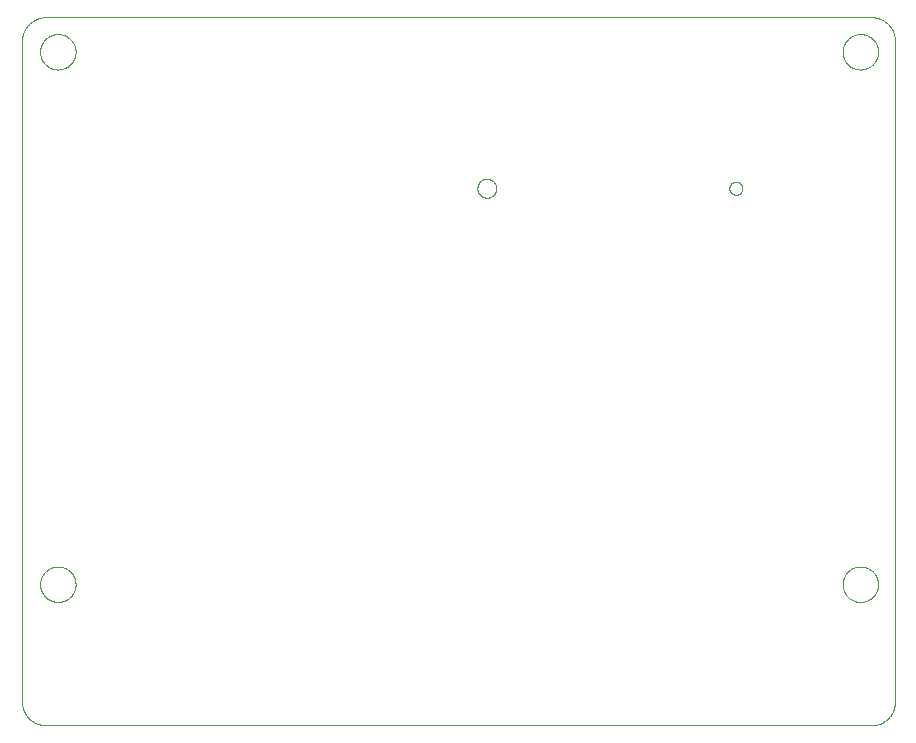
<source format=gko>
G04 EAGLE Gerber RS-274X export*
G75*
%MOMM*%
%FSLAX34Y34*%
%LPD*%
%INBoard Outline*%
%IPPOS*%
%AMOC8*
5,1,8,0,0,1.08239X$1,22.5*%
G01*
%ADD10C,0.000000*%


D10*
X20320Y0D02*
X720090Y0D01*
X739140Y20320D02*
X739140Y579120D01*
X720090Y599440D02*
X20320Y599440D01*
X0Y579120D02*
X0Y20320D01*
X15480Y570230D02*
X15485Y570598D01*
X15498Y570966D01*
X15521Y571333D01*
X15552Y571700D01*
X15593Y572066D01*
X15642Y572431D01*
X15701Y572794D01*
X15768Y573156D01*
X15844Y573517D01*
X15930Y573875D01*
X16023Y574231D01*
X16126Y574584D01*
X16237Y574935D01*
X16357Y575283D01*
X16485Y575628D01*
X16622Y575970D01*
X16767Y576309D01*
X16920Y576643D01*
X17082Y576974D01*
X17251Y577301D01*
X17429Y577623D01*
X17614Y577942D01*
X17807Y578255D01*
X18008Y578564D01*
X18216Y578867D01*
X18432Y579165D01*
X18655Y579458D01*
X18885Y579746D01*
X19122Y580028D01*
X19366Y580303D01*
X19616Y580573D01*
X19873Y580837D01*
X20137Y581094D01*
X20407Y581344D01*
X20682Y581588D01*
X20964Y581825D01*
X21252Y582055D01*
X21545Y582278D01*
X21843Y582494D01*
X22146Y582702D01*
X22455Y582903D01*
X22768Y583096D01*
X23087Y583281D01*
X23409Y583459D01*
X23736Y583628D01*
X24067Y583790D01*
X24401Y583943D01*
X24740Y584088D01*
X25082Y584225D01*
X25427Y584353D01*
X25775Y584473D01*
X26126Y584584D01*
X26479Y584687D01*
X26835Y584780D01*
X27193Y584866D01*
X27554Y584942D01*
X27916Y585009D01*
X28279Y585068D01*
X28644Y585117D01*
X29010Y585158D01*
X29377Y585189D01*
X29744Y585212D01*
X30112Y585225D01*
X30480Y585230D01*
X30848Y585225D01*
X31216Y585212D01*
X31583Y585189D01*
X31950Y585158D01*
X32316Y585117D01*
X32681Y585068D01*
X33044Y585009D01*
X33406Y584942D01*
X33767Y584866D01*
X34125Y584780D01*
X34481Y584687D01*
X34834Y584584D01*
X35185Y584473D01*
X35533Y584353D01*
X35878Y584225D01*
X36220Y584088D01*
X36559Y583943D01*
X36893Y583790D01*
X37224Y583628D01*
X37551Y583459D01*
X37873Y583281D01*
X38192Y583096D01*
X38505Y582903D01*
X38814Y582702D01*
X39117Y582494D01*
X39415Y582278D01*
X39708Y582055D01*
X39996Y581825D01*
X40278Y581588D01*
X40553Y581344D01*
X40823Y581094D01*
X41087Y580837D01*
X41344Y580573D01*
X41594Y580303D01*
X41838Y580028D01*
X42075Y579746D01*
X42305Y579458D01*
X42528Y579165D01*
X42744Y578867D01*
X42952Y578564D01*
X43153Y578255D01*
X43346Y577942D01*
X43531Y577623D01*
X43709Y577301D01*
X43878Y576974D01*
X44040Y576643D01*
X44193Y576309D01*
X44338Y575970D01*
X44475Y575628D01*
X44603Y575283D01*
X44723Y574935D01*
X44834Y574584D01*
X44937Y574231D01*
X45030Y573875D01*
X45116Y573517D01*
X45192Y573156D01*
X45259Y572794D01*
X45318Y572431D01*
X45367Y572066D01*
X45408Y571700D01*
X45439Y571333D01*
X45462Y570966D01*
X45475Y570598D01*
X45480Y570230D01*
X45475Y569862D01*
X45462Y569494D01*
X45439Y569127D01*
X45408Y568760D01*
X45367Y568394D01*
X45318Y568029D01*
X45259Y567666D01*
X45192Y567304D01*
X45116Y566943D01*
X45030Y566585D01*
X44937Y566229D01*
X44834Y565876D01*
X44723Y565525D01*
X44603Y565177D01*
X44475Y564832D01*
X44338Y564490D01*
X44193Y564151D01*
X44040Y563817D01*
X43878Y563486D01*
X43709Y563159D01*
X43531Y562837D01*
X43346Y562518D01*
X43153Y562205D01*
X42952Y561896D01*
X42744Y561593D01*
X42528Y561295D01*
X42305Y561002D01*
X42075Y560714D01*
X41838Y560432D01*
X41594Y560157D01*
X41344Y559887D01*
X41087Y559623D01*
X40823Y559366D01*
X40553Y559116D01*
X40278Y558872D01*
X39996Y558635D01*
X39708Y558405D01*
X39415Y558182D01*
X39117Y557966D01*
X38814Y557758D01*
X38505Y557557D01*
X38192Y557364D01*
X37873Y557179D01*
X37551Y557001D01*
X37224Y556832D01*
X36893Y556670D01*
X36559Y556517D01*
X36220Y556372D01*
X35878Y556235D01*
X35533Y556107D01*
X35185Y555987D01*
X34834Y555876D01*
X34481Y555773D01*
X34125Y555680D01*
X33767Y555594D01*
X33406Y555518D01*
X33044Y555451D01*
X32681Y555392D01*
X32316Y555343D01*
X31950Y555302D01*
X31583Y555271D01*
X31216Y555248D01*
X30848Y555235D01*
X30480Y555230D01*
X30112Y555235D01*
X29744Y555248D01*
X29377Y555271D01*
X29010Y555302D01*
X28644Y555343D01*
X28279Y555392D01*
X27916Y555451D01*
X27554Y555518D01*
X27193Y555594D01*
X26835Y555680D01*
X26479Y555773D01*
X26126Y555876D01*
X25775Y555987D01*
X25427Y556107D01*
X25082Y556235D01*
X24740Y556372D01*
X24401Y556517D01*
X24067Y556670D01*
X23736Y556832D01*
X23409Y557001D01*
X23087Y557179D01*
X22768Y557364D01*
X22455Y557557D01*
X22146Y557758D01*
X21843Y557966D01*
X21545Y558182D01*
X21252Y558405D01*
X20964Y558635D01*
X20682Y558872D01*
X20407Y559116D01*
X20137Y559366D01*
X19873Y559623D01*
X19616Y559887D01*
X19366Y560157D01*
X19122Y560432D01*
X18885Y560714D01*
X18655Y561002D01*
X18432Y561295D01*
X18216Y561593D01*
X18008Y561896D01*
X17807Y562205D01*
X17614Y562518D01*
X17429Y562837D01*
X17251Y563159D01*
X17082Y563486D01*
X16920Y563817D01*
X16767Y564151D01*
X16622Y564490D01*
X16485Y564832D01*
X16357Y565177D01*
X16237Y565525D01*
X16126Y565876D01*
X16023Y566229D01*
X15930Y566585D01*
X15844Y566943D01*
X15768Y567304D01*
X15701Y567666D01*
X15642Y568029D01*
X15593Y568394D01*
X15552Y568760D01*
X15521Y569127D01*
X15498Y569494D01*
X15485Y569862D01*
X15480Y570230D01*
X694930Y570230D02*
X694935Y570598D01*
X694948Y570966D01*
X694971Y571333D01*
X695002Y571700D01*
X695043Y572066D01*
X695092Y572431D01*
X695151Y572794D01*
X695218Y573156D01*
X695294Y573517D01*
X695380Y573875D01*
X695473Y574231D01*
X695576Y574584D01*
X695687Y574935D01*
X695807Y575283D01*
X695935Y575628D01*
X696072Y575970D01*
X696217Y576309D01*
X696370Y576643D01*
X696532Y576974D01*
X696701Y577301D01*
X696879Y577623D01*
X697064Y577942D01*
X697257Y578255D01*
X697458Y578564D01*
X697666Y578867D01*
X697882Y579165D01*
X698105Y579458D01*
X698335Y579746D01*
X698572Y580028D01*
X698816Y580303D01*
X699066Y580573D01*
X699323Y580837D01*
X699587Y581094D01*
X699857Y581344D01*
X700132Y581588D01*
X700414Y581825D01*
X700702Y582055D01*
X700995Y582278D01*
X701293Y582494D01*
X701596Y582702D01*
X701905Y582903D01*
X702218Y583096D01*
X702537Y583281D01*
X702859Y583459D01*
X703186Y583628D01*
X703517Y583790D01*
X703851Y583943D01*
X704190Y584088D01*
X704532Y584225D01*
X704877Y584353D01*
X705225Y584473D01*
X705576Y584584D01*
X705929Y584687D01*
X706285Y584780D01*
X706643Y584866D01*
X707004Y584942D01*
X707366Y585009D01*
X707729Y585068D01*
X708094Y585117D01*
X708460Y585158D01*
X708827Y585189D01*
X709194Y585212D01*
X709562Y585225D01*
X709930Y585230D01*
X710298Y585225D01*
X710666Y585212D01*
X711033Y585189D01*
X711400Y585158D01*
X711766Y585117D01*
X712131Y585068D01*
X712494Y585009D01*
X712856Y584942D01*
X713217Y584866D01*
X713575Y584780D01*
X713931Y584687D01*
X714284Y584584D01*
X714635Y584473D01*
X714983Y584353D01*
X715328Y584225D01*
X715670Y584088D01*
X716009Y583943D01*
X716343Y583790D01*
X716674Y583628D01*
X717001Y583459D01*
X717323Y583281D01*
X717642Y583096D01*
X717955Y582903D01*
X718264Y582702D01*
X718567Y582494D01*
X718865Y582278D01*
X719158Y582055D01*
X719446Y581825D01*
X719728Y581588D01*
X720003Y581344D01*
X720273Y581094D01*
X720537Y580837D01*
X720794Y580573D01*
X721044Y580303D01*
X721288Y580028D01*
X721525Y579746D01*
X721755Y579458D01*
X721978Y579165D01*
X722194Y578867D01*
X722402Y578564D01*
X722603Y578255D01*
X722796Y577942D01*
X722981Y577623D01*
X723159Y577301D01*
X723328Y576974D01*
X723490Y576643D01*
X723643Y576309D01*
X723788Y575970D01*
X723925Y575628D01*
X724053Y575283D01*
X724173Y574935D01*
X724284Y574584D01*
X724387Y574231D01*
X724480Y573875D01*
X724566Y573517D01*
X724642Y573156D01*
X724709Y572794D01*
X724768Y572431D01*
X724817Y572066D01*
X724858Y571700D01*
X724889Y571333D01*
X724912Y570966D01*
X724925Y570598D01*
X724930Y570230D01*
X724925Y569862D01*
X724912Y569494D01*
X724889Y569127D01*
X724858Y568760D01*
X724817Y568394D01*
X724768Y568029D01*
X724709Y567666D01*
X724642Y567304D01*
X724566Y566943D01*
X724480Y566585D01*
X724387Y566229D01*
X724284Y565876D01*
X724173Y565525D01*
X724053Y565177D01*
X723925Y564832D01*
X723788Y564490D01*
X723643Y564151D01*
X723490Y563817D01*
X723328Y563486D01*
X723159Y563159D01*
X722981Y562837D01*
X722796Y562518D01*
X722603Y562205D01*
X722402Y561896D01*
X722194Y561593D01*
X721978Y561295D01*
X721755Y561002D01*
X721525Y560714D01*
X721288Y560432D01*
X721044Y560157D01*
X720794Y559887D01*
X720537Y559623D01*
X720273Y559366D01*
X720003Y559116D01*
X719728Y558872D01*
X719446Y558635D01*
X719158Y558405D01*
X718865Y558182D01*
X718567Y557966D01*
X718264Y557758D01*
X717955Y557557D01*
X717642Y557364D01*
X717323Y557179D01*
X717001Y557001D01*
X716674Y556832D01*
X716343Y556670D01*
X716009Y556517D01*
X715670Y556372D01*
X715328Y556235D01*
X714983Y556107D01*
X714635Y555987D01*
X714284Y555876D01*
X713931Y555773D01*
X713575Y555680D01*
X713217Y555594D01*
X712856Y555518D01*
X712494Y555451D01*
X712131Y555392D01*
X711766Y555343D01*
X711400Y555302D01*
X711033Y555271D01*
X710666Y555248D01*
X710298Y555235D01*
X709930Y555230D01*
X709562Y555235D01*
X709194Y555248D01*
X708827Y555271D01*
X708460Y555302D01*
X708094Y555343D01*
X707729Y555392D01*
X707366Y555451D01*
X707004Y555518D01*
X706643Y555594D01*
X706285Y555680D01*
X705929Y555773D01*
X705576Y555876D01*
X705225Y555987D01*
X704877Y556107D01*
X704532Y556235D01*
X704190Y556372D01*
X703851Y556517D01*
X703517Y556670D01*
X703186Y556832D01*
X702859Y557001D01*
X702537Y557179D01*
X702218Y557364D01*
X701905Y557557D01*
X701596Y557758D01*
X701293Y557966D01*
X700995Y558182D01*
X700702Y558405D01*
X700414Y558635D01*
X700132Y558872D01*
X699857Y559116D01*
X699587Y559366D01*
X699323Y559623D01*
X699066Y559887D01*
X698816Y560157D01*
X698572Y560432D01*
X698335Y560714D01*
X698105Y561002D01*
X697882Y561295D01*
X697666Y561593D01*
X697458Y561896D01*
X697257Y562205D01*
X697064Y562518D01*
X696879Y562837D01*
X696701Y563159D01*
X696532Y563486D01*
X696370Y563817D01*
X696217Y564151D01*
X696072Y564490D01*
X695935Y564832D01*
X695807Y565177D01*
X695687Y565525D01*
X695576Y565876D01*
X695473Y566229D01*
X695380Y566585D01*
X695294Y566943D01*
X695218Y567304D01*
X695151Y567666D01*
X695092Y568029D01*
X695043Y568394D01*
X695002Y568760D01*
X694971Y569127D01*
X694948Y569494D01*
X694935Y569862D01*
X694930Y570230D01*
X15480Y119380D02*
X15485Y119748D01*
X15498Y120116D01*
X15521Y120483D01*
X15552Y120850D01*
X15593Y121216D01*
X15642Y121581D01*
X15701Y121944D01*
X15768Y122306D01*
X15844Y122667D01*
X15930Y123025D01*
X16023Y123381D01*
X16126Y123734D01*
X16237Y124085D01*
X16357Y124433D01*
X16485Y124778D01*
X16622Y125120D01*
X16767Y125459D01*
X16920Y125793D01*
X17082Y126124D01*
X17251Y126451D01*
X17429Y126773D01*
X17614Y127092D01*
X17807Y127405D01*
X18008Y127714D01*
X18216Y128017D01*
X18432Y128315D01*
X18655Y128608D01*
X18885Y128896D01*
X19122Y129178D01*
X19366Y129453D01*
X19616Y129723D01*
X19873Y129987D01*
X20137Y130244D01*
X20407Y130494D01*
X20682Y130738D01*
X20964Y130975D01*
X21252Y131205D01*
X21545Y131428D01*
X21843Y131644D01*
X22146Y131852D01*
X22455Y132053D01*
X22768Y132246D01*
X23087Y132431D01*
X23409Y132609D01*
X23736Y132778D01*
X24067Y132940D01*
X24401Y133093D01*
X24740Y133238D01*
X25082Y133375D01*
X25427Y133503D01*
X25775Y133623D01*
X26126Y133734D01*
X26479Y133837D01*
X26835Y133930D01*
X27193Y134016D01*
X27554Y134092D01*
X27916Y134159D01*
X28279Y134218D01*
X28644Y134267D01*
X29010Y134308D01*
X29377Y134339D01*
X29744Y134362D01*
X30112Y134375D01*
X30480Y134380D01*
X30848Y134375D01*
X31216Y134362D01*
X31583Y134339D01*
X31950Y134308D01*
X32316Y134267D01*
X32681Y134218D01*
X33044Y134159D01*
X33406Y134092D01*
X33767Y134016D01*
X34125Y133930D01*
X34481Y133837D01*
X34834Y133734D01*
X35185Y133623D01*
X35533Y133503D01*
X35878Y133375D01*
X36220Y133238D01*
X36559Y133093D01*
X36893Y132940D01*
X37224Y132778D01*
X37551Y132609D01*
X37873Y132431D01*
X38192Y132246D01*
X38505Y132053D01*
X38814Y131852D01*
X39117Y131644D01*
X39415Y131428D01*
X39708Y131205D01*
X39996Y130975D01*
X40278Y130738D01*
X40553Y130494D01*
X40823Y130244D01*
X41087Y129987D01*
X41344Y129723D01*
X41594Y129453D01*
X41838Y129178D01*
X42075Y128896D01*
X42305Y128608D01*
X42528Y128315D01*
X42744Y128017D01*
X42952Y127714D01*
X43153Y127405D01*
X43346Y127092D01*
X43531Y126773D01*
X43709Y126451D01*
X43878Y126124D01*
X44040Y125793D01*
X44193Y125459D01*
X44338Y125120D01*
X44475Y124778D01*
X44603Y124433D01*
X44723Y124085D01*
X44834Y123734D01*
X44937Y123381D01*
X45030Y123025D01*
X45116Y122667D01*
X45192Y122306D01*
X45259Y121944D01*
X45318Y121581D01*
X45367Y121216D01*
X45408Y120850D01*
X45439Y120483D01*
X45462Y120116D01*
X45475Y119748D01*
X45480Y119380D01*
X45475Y119012D01*
X45462Y118644D01*
X45439Y118277D01*
X45408Y117910D01*
X45367Y117544D01*
X45318Y117179D01*
X45259Y116816D01*
X45192Y116454D01*
X45116Y116093D01*
X45030Y115735D01*
X44937Y115379D01*
X44834Y115026D01*
X44723Y114675D01*
X44603Y114327D01*
X44475Y113982D01*
X44338Y113640D01*
X44193Y113301D01*
X44040Y112967D01*
X43878Y112636D01*
X43709Y112309D01*
X43531Y111987D01*
X43346Y111668D01*
X43153Y111355D01*
X42952Y111046D01*
X42744Y110743D01*
X42528Y110445D01*
X42305Y110152D01*
X42075Y109864D01*
X41838Y109582D01*
X41594Y109307D01*
X41344Y109037D01*
X41087Y108773D01*
X40823Y108516D01*
X40553Y108266D01*
X40278Y108022D01*
X39996Y107785D01*
X39708Y107555D01*
X39415Y107332D01*
X39117Y107116D01*
X38814Y106908D01*
X38505Y106707D01*
X38192Y106514D01*
X37873Y106329D01*
X37551Y106151D01*
X37224Y105982D01*
X36893Y105820D01*
X36559Y105667D01*
X36220Y105522D01*
X35878Y105385D01*
X35533Y105257D01*
X35185Y105137D01*
X34834Y105026D01*
X34481Y104923D01*
X34125Y104830D01*
X33767Y104744D01*
X33406Y104668D01*
X33044Y104601D01*
X32681Y104542D01*
X32316Y104493D01*
X31950Y104452D01*
X31583Y104421D01*
X31216Y104398D01*
X30848Y104385D01*
X30480Y104380D01*
X30112Y104385D01*
X29744Y104398D01*
X29377Y104421D01*
X29010Y104452D01*
X28644Y104493D01*
X28279Y104542D01*
X27916Y104601D01*
X27554Y104668D01*
X27193Y104744D01*
X26835Y104830D01*
X26479Y104923D01*
X26126Y105026D01*
X25775Y105137D01*
X25427Y105257D01*
X25082Y105385D01*
X24740Y105522D01*
X24401Y105667D01*
X24067Y105820D01*
X23736Y105982D01*
X23409Y106151D01*
X23087Y106329D01*
X22768Y106514D01*
X22455Y106707D01*
X22146Y106908D01*
X21843Y107116D01*
X21545Y107332D01*
X21252Y107555D01*
X20964Y107785D01*
X20682Y108022D01*
X20407Y108266D01*
X20137Y108516D01*
X19873Y108773D01*
X19616Y109037D01*
X19366Y109307D01*
X19122Y109582D01*
X18885Y109864D01*
X18655Y110152D01*
X18432Y110445D01*
X18216Y110743D01*
X18008Y111046D01*
X17807Y111355D01*
X17614Y111668D01*
X17429Y111987D01*
X17251Y112309D01*
X17082Y112636D01*
X16920Y112967D01*
X16767Y113301D01*
X16622Y113640D01*
X16485Y113982D01*
X16357Y114327D01*
X16237Y114675D01*
X16126Y115026D01*
X16023Y115379D01*
X15930Y115735D01*
X15844Y116093D01*
X15768Y116454D01*
X15701Y116816D01*
X15642Y117179D01*
X15593Y117544D01*
X15552Y117910D01*
X15521Y118277D01*
X15498Y118644D01*
X15485Y119012D01*
X15480Y119380D01*
X694930Y119380D02*
X694935Y119748D01*
X694948Y120116D01*
X694971Y120483D01*
X695002Y120850D01*
X695043Y121216D01*
X695092Y121581D01*
X695151Y121944D01*
X695218Y122306D01*
X695294Y122667D01*
X695380Y123025D01*
X695473Y123381D01*
X695576Y123734D01*
X695687Y124085D01*
X695807Y124433D01*
X695935Y124778D01*
X696072Y125120D01*
X696217Y125459D01*
X696370Y125793D01*
X696532Y126124D01*
X696701Y126451D01*
X696879Y126773D01*
X697064Y127092D01*
X697257Y127405D01*
X697458Y127714D01*
X697666Y128017D01*
X697882Y128315D01*
X698105Y128608D01*
X698335Y128896D01*
X698572Y129178D01*
X698816Y129453D01*
X699066Y129723D01*
X699323Y129987D01*
X699587Y130244D01*
X699857Y130494D01*
X700132Y130738D01*
X700414Y130975D01*
X700702Y131205D01*
X700995Y131428D01*
X701293Y131644D01*
X701596Y131852D01*
X701905Y132053D01*
X702218Y132246D01*
X702537Y132431D01*
X702859Y132609D01*
X703186Y132778D01*
X703517Y132940D01*
X703851Y133093D01*
X704190Y133238D01*
X704532Y133375D01*
X704877Y133503D01*
X705225Y133623D01*
X705576Y133734D01*
X705929Y133837D01*
X706285Y133930D01*
X706643Y134016D01*
X707004Y134092D01*
X707366Y134159D01*
X707729Y134218D01*
X708094Y134267D01*
X708460Y134308D01*
X708827Y134339D01*
X709194Y134362D01*
X709562Y134375D01*
X709930Y134380D01*
X710298Y134375D01*
X710666Y134362D01*
X711033Y134339D01*
X711400Y134308D01*
X711766Y134267D01*
X712131Y134218D01*
X712494Y134159D01*
X712856Y134092D01*
X713217Y134016D01*
X713575Y133930D01*
X713931Y133837D01*
X714284Y133734D01*
X714635Y133623D01*
X714983Y133503D01*
X715328Y133375D01*
X715670Y133238D01*
X716009Y133093D01*
X716343Y132940D01*
X716674Y132778D01*
X717001Y132609D01*
X717323Y132431D01*
X717642Y132246D01*
X717955Y132053D01*
X718264Y131852D01*
X718567Y131644D01*
X718865Y131428D01*
X719158Y131205D01*
X719446Y130975D01*
X719728Y130738D01*
X720003Y130494D01*
X720273Y130244D01*
X720537Y129987D01*
X720794Y129723D01*
X721044Y129453D01*
X721288Y129178D01*
X721525Y128896D01*
X721755Y128608D01*
X721978Y128315D01*
X722194Y128017D01*
X722402Y127714D01*
X722603Y127405D01*
X722796Y127092D01*
X722981Y126773D01*
X723159Y126451D01*
X723328Y126124D01*
X723490Y125793D01*
X723643Y125459D01*
X723788Y125120D01*
X723925Y124778D01*
X724053Y124433D01*
X724173Y124085D01*
X724284Y123734D01*
X724387Y123381D01*
X724480Y123025D01*
X724566Y122667D01*
X724642Y122306D01*
X724709Y121944D01*
X724768Y121581D01*
X724817Y121216D01*
X724858Y120850D01*
X724889Y120483D01*
X724912Y120116D01*
X724925Y119748D01*
X724930Y119380D01*
X724925Y119012D01*
X724912Y118644D01*
X724889Y118277D01*
X724858Y117910D01*
X724817Y117544D01*
X724768Y117179D01*
X724709Y116816D01*
X724642Y116454D01*
X724566Y116093D01*
X724480Y115735D01*
X724387Y115379D01*
X724284Y115026D01*
X724173Y114675D01*
X724053Y114327D01*
X723925Y113982D01*
X723788Y113640D01*
X723643Y113301D01*
X723490Y112967D01*
X723328Y112636D01*
X723159Y112309D01*
X722981Y111987D01*
X722796Y111668D01*
X722603Y111355D01*
X722402Y111046D01*
X722194Y110743D01*
X721978Y110445D01*
X721755Y110152D01*
X721525Y109864D01*
X721288Y109582D01*
X721044Y109307D01*
X720794Y109037D01*
X720537Y108773D01*
X720273Y108516D01*
X720003Y108266D01*
X719728Y108022D01*
X719446Y107785D01*
X719158Y107555D01*
X718865Y107332D01*
X718567Y107116D01*
X718264Y106908D01*
X717955Y106707D01*
X717642Y106514D01*
X717323Y106329D01*
X717001Y106151D01*
X716674Y105982D01*
X716343Y105820D01*
X716009Y105667D01*
X715670Y105522D01*
X715328Y105385D01*
X714983Y105257D01*
X714635Y105137D01*
X714284Y105026D01*
X713931Y104923D01*
X713575Y104830D01*
X713217Y104744D01*
X712856Y104668D01*
X712494Y104601D01*
X712131Y104542D01*
X711766Y104493D01*
X711400Y104452D01*
X711033Y104421D01*
X710666Y104398D01*
X710298Y104385D01*
X709930Y104380D01*
X709562Y104385D01*
X709194Y104398D01*
X708827Y104421D01*
X708460Y104452D01*
X708094Y104493D01*
X707729Y104542D01*
X707366Y104601D01*
X707004Y104668D01*
X706643Y104744D01*
X706285Y104830D01*
X705929Y104923D01*
X705576Y105026D01*
X705225Y105137D01*
X704877Y105257D01*
X704532Y105385D01*
X704190Y105522D01*
X703851Y105667D01*
X703517Y105820D01*
X703186Y105982D01*
X702859Y106151D01*
X702537Y106329D01*
X702218Y106514D01*
X701905Y106707D01*
X701596Y106908D01*
X701293Y107116D01*
X700995Y107332D01*
X700702Y107555D01*
X700414Y107785D01*
X700132Y108022D01*
X699857Y108266D01*
X699587Y108516D01*
X699323Y108773D01*
X699066Y109037D01*
X698816Y109307D01*
X698572Y109582D01*
X698335Y109864D01*
X698105Y110152D01*
X697882Y110445D01*
X697666Y110743D01*
X697458Y111046D01*
X697257Y111355D01*
X697064Y111668D01*
X696879Y111987D01*
X696701Y112309D01*
X696532Y112636D01*
X696370Y112967D01*
X696217Y113301D01*
X696072Y113640D01*
X695935Y113982D01*
X695807Y114327D01*
X695687Y114675D01*
X695576Y115026D01*
X695473Y115379D01*
X695380Y115735D01*
X695294Y116093D01*
X695218Y116454D01*
X695151Y116816D01*
X695092Y117179D01*
X695043Y117544D01*
X695002Y117910D01*
X694971Y118277D01*
X694948Y118644D01*
X694935Y119012D01*
X694930Y119380D01*
X20320Y599440D02*
X19829Y599434D01*
X19338Y599416D01*
X18848Y599387D01*
X18359Y599345D01*
X17871Y599292D01*
X17384Y599227D01*
X16899Y599150D01*
X16416Y599061D01*
X15935Y598961D01*
X15457Y598850D01*
X14982Y598726D01*
X14510Y598592D01*
X14041Y598445D01*
X13576Y598288D01*
X13114Y598120D01*
X12657Y597940D01*
X12205Y597749D01*
X11757Y597548D01*
X11314Y597335D01*
X10877Y597112D01*
X10445Y596879D01*
X10019Y596635D01*
X9598Y596381D01*
X9184Y596117D01*
X8777Y595843D01*
X8376Y595559D01*
X7982Y595266D01*
X7596Y594963D01*
X7217Y594651D01*
X6845Y594330D01*
X6482Y594000D01*
X6126Y593661D01*
X5779Y593314D01*
X5440Y592958D01*
X5110Y592595D01*
X4789Y592223D01*
X4477Y591844D01*
X4174Y591458D01*
X3881Y591064D01*
X3597Y590663D01*
X3323Y590256D01*
X3059Y589842D01*
X2805Y589421D01*
X2561Y588995D01*
X2328Y588563D01*
X2105Y588126D01*
X1892Y587683D01*
X1691Y587235D01*
X1500Y586783D01*
X1320Y586326D01*
X1152Y585864D01*
X995Y585399D01*
X848Y584930D01*
X714Y584458D01*
X590Y583983D01*
X479Y583505D01*
X379Y583024D01*
X290Y582541D01*
X213Y582056D01*
X148Y581569D01*
X95Y581081D01*
X53Y580592D01*
X24Y580102D01*
X6Y579611D01*
X0Y579120D01*
X720090Y599440D02*
X720565Y599419D01*
X721040Y599386D01*
X721514Y599342D01*
X721987Y599287D01*
X722458Y599220D01*
X722928Y599141D01*
X723395Y599052D01*
X723860Y598951D01*
X724323Y598839D01*
X724782Y598716D01*
X725239Y598582D01*
X725692Y598436D01*
X726142Y598280D01*
X726588Y598113D01*
X727029Y597935D01*
X727466Y597747D01*
X727899Y597548D01*
X728326Y597339D01*
X728748Y597120D01*
X729165Y596890D01*
X729576Y596650D01*
X729982Y596401D01*
X730381Y596142D01*
X730774Y595873D01*
X731160Y595595D01*
X731539Y595307D01*
X731911Y595011D01*
X732276Y594705D01*
X732634Y594391D01*
X732984Y594068D01*
X733326Y593737D01*
X733659Y593398D01*
X733985Y593051D01*
X734302Y592696D01*
X734610Y592333D01*
X734910Y591963D01*
X735200Y591586D01*
X735482Y591202D01*
X735754Y590812D01*
X736016Y590415D01*
X736269Y590011D01*
X736512Y589602D01*
X736745Y589187D01*
X736967Y588767D01*
X737180Y588341D01*
X737382Y587910D01*
X737574Y587474D01*
X737755Y587034D01*
X737926Y586590D01*
X738086Y586142D01*
X738235Y585690D01*
X738373Y585234D01*
X738499Y584775D01*
X738615Y584314D01*
X738720Y583849D01*
X738813Y583383D01*
X738895Y582914D01*
X738966Y582443D01*
X739025Y581971D01*
X739073Y581497D01*
X739109Y581023D01*
X739134Y580548D01*
X739147Y580072D01*
X739149Y579596D01*
X739140Y579120D01*
X20320Y0D02*
X19829Y6D01*
X19338Y24D01*
X18848Y53D01*
X18359Y95D01*
X17871Y148D01*
X17384Y213D01*
X16899Y290D01*
X16416Y379D01*
X15935Y479D01*
X15457Y590D01*
X14982Y714D01*
X14510Y848D01*
X14041Y995D01*
X13576Y1152D01*
X13114Y1320D01*
X12657Y1500D01*
X12205Y1691D01*
X11757Y1892D01*
X11314Y2105D01*
X10877Y2328D01*
X10445Y2561D01*
X10019Y2805D01*
X9598Y3059D01*
X9184Y3323D01*
X8777Y3597D01*
X8376Y3881D01*
X7982Y4174D01*
X7596Y4477D01*
X7217Y4789D01*
X6845Y5110D01*
X6482Y5440D01*
X6126Y5779D01*
X5779Y6126D01*
X5440Y6482D01*
X5110Y6845D01*
X4789Y7217D01*
X4477Y7596D01*
X4174Y7982D01*
X3881Y8376D01*
X3597Y8777D01*
X3323Y9184D01*
X3059Y9598D01*
X2805Y10019D01*
X2561Y10445D01*
X2328Y10877D01*
X2105Y11314D01*
X1892Y11757D01*
X1691Y12205D01*
X1500Y12657D01*
X1320Y13114D01*
X1152Y13576D01*
X995Y14041D01*
X848Y14510D01*
X714Y14982D01*
X590Y15457D01*
X479Y15935D01*
X379Y16416D01*
X290Y16899D01*
X213Y17384D01*
X148Y17871D01*
X95Y18359D01*
X53Y18848D01*
X24Y19338D01*
X6Y19829D01*
X0Y20320D01*
X720090Y0D02*
X720565Y21D01*
X721040Y54D01*
X721514Y98D01*
X721987Y153D01*
X722458Y220D01*
X722928Y299D01*
X723395Y388D01*
X723860Y489D01*
X724323Y601D01*
X724782Y724D01*
X725239Y858D01*
X725692Y1004D01*
X726142Y1160D01*
X726588Y1327D01*
X727029Y1505D01*
X727466Y1693D01*
X727899Y1892D01*
X728326Y2101D01*
X728748Y2320D01*
X729165Y2550D01*
X729576Y2790D01*
X729982Y3039D01*
X730381Y3298D01*
X730774Y3567D01*
X731160Y3845D01*
X731539Y4133D01*
X731911Y4429D01*
X732276Y4735D01*
X732634Y5049D01*
X732984Y5372D01*
X733326Y5703D01*
X733659Y6042D01*
X733985Y6389D01*
X734302Y6744D01*
X734610Y7107D01*
X734910Y7477D01*
X735200Y7854D01*
X735482Y8238D01*
X735754Y8628D01*
X736016Y9025D01*
X736269Y9429D01*
X736512Y9838D01*
X736745Y10253D01*
X736967Y10673D01*
X737180Y11099D01*
X737382Y11530D01*
X737574Y11966D01*
X737755Y12406D01*
X737926Y12850D01*
X738086Y13298D01*
X738235Y13750D01*
X738373Y14206D01*
X738499Y14665D01*
X738615Y15126D01*
X738720Y15591D01*
X738813Y16057D01*
X738895Y16526D01*
X738966Y16997D01*
X739025Y17469D01*
X739073Y17943D01*
X739109Y18417D01*
X739134Y18892D01*
X739147Y19368D01*
X739149Y19844D01*
X739140Y20320D01*
X385700Y454660D02*
X385702Y454856D01*
X385710Y455053D01*
X385722Y455249D01*
X385739Y455444D01*
X385760Y455639D01*
X385787Y455834D01*
X385818Y456028D01*
X385854Y456221D01*
X385894Y456413D01*
X385940Y456604D01*
X385990Y456794D01*
X386044Y456982D01*
X386104Y457169D01*
X386168Y457355D01*
X386236Y457539D01*
X386309Y457721D01*
X386386Y457902D01*
X386468Y458080D01*
X386554Y458257D01*
X386645Y458431D01*
X386739Y458603D01*
X386838Y458773D01*
X386941Y458940D01*
X387048Y459105D01*
X387159Y459266D01*
X387274Y459426D01*
X387393Y459582D01*
X387516Y459735D01*
X387642Y459885D01*
X387772Y460032D01*
X387906Y460176D01*
X388043Y460317D01*
X388184Y460454D01*
X388328Y460588D01*
X388475Y460718D01*
X388625Y460844D01*
X388778Y460967D01*
X388934Y461086D01*
X389094Y461201D01*
X389255Y461312D01*
X389420Y461419D01*
X389587Y461522D01*
X389757Y461621D01*
X389929Y461715D01*
X390103Y461806D01*
X390280Y461892D01*
X390458Y461974D01*
X390639Y462051D01*
X390821Y462124D01*
X391005Y462192D01*
X391191Y462256D01*
X391378Y462316D01*
X391566Y462370D01*
X391756Y462420D01*
X391947Y462466D01*
X392139Y462506D01*
X392332Y462542D01*
X392526Y462573D01*
X392721Y462600D01*
X392916Y462621D01*
X393111Y462638D01*
X393307Y462650D01*
X393504Y462658D01*
X393700Y462660D01*
X393896Y462658D01*
X394093Y462650D01*
X394289Y462638D01*
X394484Y462621D01*
X394679Y462600D01*
X394874Y462573D01*
X395068Y462542D01*
X395261Y462506D01*
X395453Y462466D01*
X395644Y462420D01*
X395834Y462370D01*
X396022Y462316D01*
X396209Y462256D01*
X396395Y462192D01*
X396579Y462124D01*
X396761Y462051D01*
X396942Y461974D01*
X397120Y461892D01*
X397297Y461806D01*
X397471Y461715D01*
X397643Y461621D01*
X397813Y461522D01*
X397980Y461419D01*
X398145Y461312D01*
X398306Y461201D01*
X398466Y461086D01*
X398622Y460967D01*
X398775Y460844D01*
X398925Y460718D01*
X399072Y460588D01*
X399216Y460454D01*
X399357Y460317D01*
X399494Y460176D01*
X399628Y460032D01*
X399758Y459885D01*
X399884Y459735D01*
X400007Y459582D01*
X400126Y459426D01*
X400241Y459266D01*
X400352Y459105D01*
X400459Y458940D01*
X400562Y458773D01*
X400661Y458603D01*
X400755Y458431D01*
X400846Y458257D01*
X400932Y458080D01*
X401014Y457902D01*
X401091Y457721D01*
X401164Y457539D01*
X401232Y457355D01*
X401296Y457169D01*
X401356Y456982D01*
X401410Y456794D01*
X401460Y456604D01*
X401506Y456413D01*
X401546Y456221D01*
X401582Y456028D01*
X401613Y455834D01*
X401640Y455639D01*
X401661Y455444D01*
X401678Y455249D01*
X401690Y455053D01*
X401698Y454856D01*
X401700Y454660D01*
X401698Y454464D01*
X401690Y454267D01*
X401678Y454071D01*
X401661Y453876D01*
X401640Y453681D01*
X401613Y453486D01*
X401582Y453292D01*
X401546Y453099D01*
X401506Y452907D01*
X401460Y452716D01*
X401410Y452526D01*
X401356Y452338D01*
X401296Y452151D01*
X401232Y451965D01*
X401164Y451781D01*
X401091Y451599D01*
X401014Y451418D01*
X400932Y451240D01*
X400846Y451063D01*
X400755Y450889D01*
X400661Y450717D01*
X400562Y450547D01*
X400459Y450380D01*
X400352Y450215D01*
X400241Y450054D01*
X400126Y449894D01*
X400007Y449738D01*
X399884Y449585D01*
X399758Y449435D01*
X399628Y449288D01*
X399494Y449144D01*
X399357Y449003D01*
X399216Y448866D01*
X399072Y448732D01*
X398925Y448602D01*
X398775Y448476D01*
X398622Y448353D01*
X398466Y448234D01*
X398306Y448119D01*
X398145Y448008D01*
X397980Y447901D01*
X397813Y447798D01*
X397643Y447699D01*
X397471Y447605D01*
X397297Y447514D01*
X397120Y447428D01*
X396942Y447346D01*
X396761Y447269D01*
X396579Y447196D01*
X396395Y447128D01*
X396209Y447064D01*
X396022Y447004D01*
X395834Y446950D01*
X395644Y446900D01*
X395453Y446854D01*
X395261Y446814D01*
X395068Y446778D01*
X394874Y446747D01*
X394679Y446720D01*
X394484Y446699D01*
X394289Y446682D01*
X394093Y446670D01*
X393896Y446662D01*
X393700Y446660D01*
X393504Y446662D01*
X393307Y446670D01*
X393111Y446682D01*
X392916Y446699D01*
X392721Y446720D01*
X392526Y446747D01*
X392332Y446778D01*
X392139Y446814D01*
X391947Y446854D01*
X391756Y446900D01*
X391566Y446950D01*
X391378Y447004D01*
X391191Y447064D01*
X391005Y447128D01*
X390821Y447196D01*
X390639Y447269D01*
X390458Y447346D01*
X390280Y447428D01*
X390103Y447514D01*
X389929Y447605D01*
X389757Y447699D01*
X389587Y447798D01*
X389420Y447901D01*
X389255Y448008D01*
X389094Y448119D01*
X388934Y448234D01*
X388778Y448353D01*
X388625Y448476D01*
X388475Y448602D01*
X388328Y448732D01*
X388184Y448866D01*
X388043Y449003D01*
X387906Y449144D01*
X387772Y449288D01*
X387642Y449435D01*
X387516Y449585D01*
X387393Y449738D01*
X387274Y449894D01*
X387159Y450054D01*
X387048Y450215D01*
X386941Y450380D01*
X386838Y450547D01*
X386739Y450717D01*
X386645Y450889D01*
X386554Y451063D01*
X386468Y451240D01*
X386386Y451418D01*
X386309Y451599D01*
X386236Y451781D01*
X386168Y451965D01*
X386104Y452151D01*
X386044Y452338D01*
X385990Y452526D01*
X385940Y452716D01*
X385894Y452907D01*
X385854Y453099D01*
X385818Y453292D01*
X385787Y453486D01*
X385760Y453681D01*
X385739Y453876D01*
X385722Y454071D01*
X385710Y454267D01*
X385702Y454464D01*
X385700Y454660D01*
X599020Y454660D02*
X599022Y454808D01*
X599028Y454956D01*
X599038Y455104D01*
X599052Y455252D01*
X599070Y455399D01*
X599092Y455546D01*
X599118Y455692D01*
X599147Y455837D01*
X599181Y455982D01*
X599219Y456125D01*
X599260Y456268D01*
X599305Y456409D01*
X599355Y456549D01*
X599407Y456687D01*
X599464Y456825D01*
X599524Y456960D01*
X599588Y457094D01*
X599655Y457226D01*
X599726Y457356D01*
X599801Y457485D01*
X599879Y457611D01*
X599960Y457735D01*
X600044Y457857D01*
X600132Y457976D01*
X600223Y458093D01*
X600317Y458208D01*
X600415Y458320D01*
X600515Y458429D01*
X600618Y458536D01*
X600724Y458640D01*
X600832Y458741D01*
X600944Y458839D01*
X601058Y458934D01*
X601174Y459025D01*
X601293Y459114D01*
X601414Y459199D01*
X601538Y459281D01*
X601664Y459360D01*
X601791Y459435D01*
X601921Y459507D01*
X602053Y459576D01*
X602186Y459640D01*
X602321Y459701D01*
X602458Y459759D01*
X602596Y459813D01*
X602736Y459863D01*
X602877Y459909D01*
X603019Y459951D01*
X603162Y459990D01*
X603306Y460024D01*
X603452Y460055D01*
X603597Y460082D01*
X603744Y460105D01*
X603891Y460124D01*
X604039Y460139D01*
X604186Y460150D01*
X604335Y460157D01*
X604483Y460160D01*
X604631Y460159D01*
X604779Y460154D01*
X604927Y460145D01*
X605075Y460132D01*
X605223Y460115D01*
X605369Y460094D01*
X605516Y460069D01*
X605661Y460040D01*
X605806Y460008D01*
X605949Y459971D01*
X606092Y459931D01*
X606234Y459886D01*
X606374Y459838D01*
X606513Y459786D01*
X606650Y459731D01*
X606786Y459671D01*
X606921Y459608D01*
X607053Y459542D01*
X607184Y459472D01*
X607313Y459398D01*
X607439Y459321D01*
X607564Y459241D01*
X607686Y459157D01*
X607807Y459070D01*
X607924Y458980D01*
X608040Y458886D01*
X608152Y458790D01*
X608262Y458691D01*
X608370Y458588D01*
X608474Y458483D01*
X608576Y458375D01*
X608674Y458264D01*
X608770Y458151D01*
X608863Y458035D01*
X608952Y457917D01*
X609038Y457796D01*
X609121Y457673D01*
X609201Y457548D01*
X609277Y457421D01*
X609350Y457291D01*
X609419Y457160D01*
X609484Y457027D01*
X609547Y456893D01*
X609605Y456756D01*
X609660Y456618D01*
X609710Y456479D01*
X609758Y456338D01*
X609801Y456197D01*
X609841Y456054D01*
X609876Y455910D01*
X609908Y455765D01*
X609936Y455619D01*
X609960Y455473D01*
X609980Y455326D01*
X609996Y455178D01*
X610008Y455031D01*
X610016Y454882D01*
X610020Y454734D01*
X610020Y454586D01*
X610016Y454438D01*
X610008Y454289D01*
X609996Y454142D01*
X609980Y453994D01*
X609960Y453847D01*
X609936Y453701D01*
X609908Y453555D01*
X609876Y453410D01*
X609841Y453266D01*
X609801Y453123D01*
X609758Y452982D01*
X609710Y452841D01*
X609660Y452702D01*
X609605Y452564D01*
X609547Y452427D01*
X609484Y452293D01*
X609419Y452160D01*
X609350Y452029D01*
X609277Y451899D01*
X609201Y451772D01*
X609121Y451647D01*
X609038Y451524D01*
X608952Y451403D01*
X608863Y451285D01*
X608770Y451169D01*
X608674Y451056D01*
X608576Y450945D01*
X608474Y450837D01*
X608370Y450732D01*
X608262Y450629D01*
X608152Y450530D01*
X608040Y450434D01*
X607924Y450340D01*
X607807Y450250D01*
X607686Y450163D01*
X607564Y450079D01*
X607439Y449999D01*
X607313Y449922D01*
X607184Y449848D01*
X607053Y449778D01*
X606921Y449712D01*
X606786Y449649D01*
X606650Y449589D01*
X606513Y449534D01*
X606374Y449482D01*
X606234Y449434D01*
X606092Y449389D01*
X605949Y449349D01*
X605806Y449312D01*
X605661Y449280D01*
X605516Y449251D01*
X605369Y449226D01*
X605223Y449205D01*
X605075Y449188D01*
X604927Y449175D01*
X604779Y449166D01*
X604631Y449161D01*
X604483Y449160D01*
X604335Y449163D01*
X604186Y449170D01*
X604039Y449181D01*
X603891Y449196D01*
X603744Y449215D01*
X603597Y449238D01*
X603452Y449265D01*
X603306Y449296D01*
X603162Y449330D01*
X603019Y449369D01*
X602877Y449411D01*
X602736Y449457D01*
X602596Y449507D01*
X602458Y449561D01*
X602321Y449619D01*
X602186Y449680D01*
X602053Y449744D01*
X601921Y449813D01*
X601791Y449885D01*
X601664Y449960D01*
X601538Y450039D01*
X601414Y450121D01*
X601293Y450206D01*
X601174Y450295D01*
X601058Y450386D01*
X600944Y450481D01*
X600832Y450579D01*
X600724Y450680D01*
X600618Y450784D01*
X600515Y450891D01*
X600415Y451000D01*
X600317Y451112D01*
X600223Y451227D01*
X600132Y451344D01*
X600044Y451463D01*
X599960Y451585D01*
X599879Y451709D01*
X599801Y451835D01*
X599726Y451964D01*
X599655Y452094D01*
X599588Y452226D01*
X599524Y452360D01*
X599464Y452495D01*
X599407Y452633D01*
X599355Y452771D01*
X599305Y452911D01*
X599260Y453052D01*
X599219Y453195D01*
X599181Y453338D01*
X599147Y453483D01*
X599118Y453628D01*
X599092Y453774D01*
X599070Y453921D01*
X599052Y454068D01*
X599038Y454216D01*
X599028Y454364D01*
X599022Y454512D01*
X599020Y454660D01*
M02*

</source>
